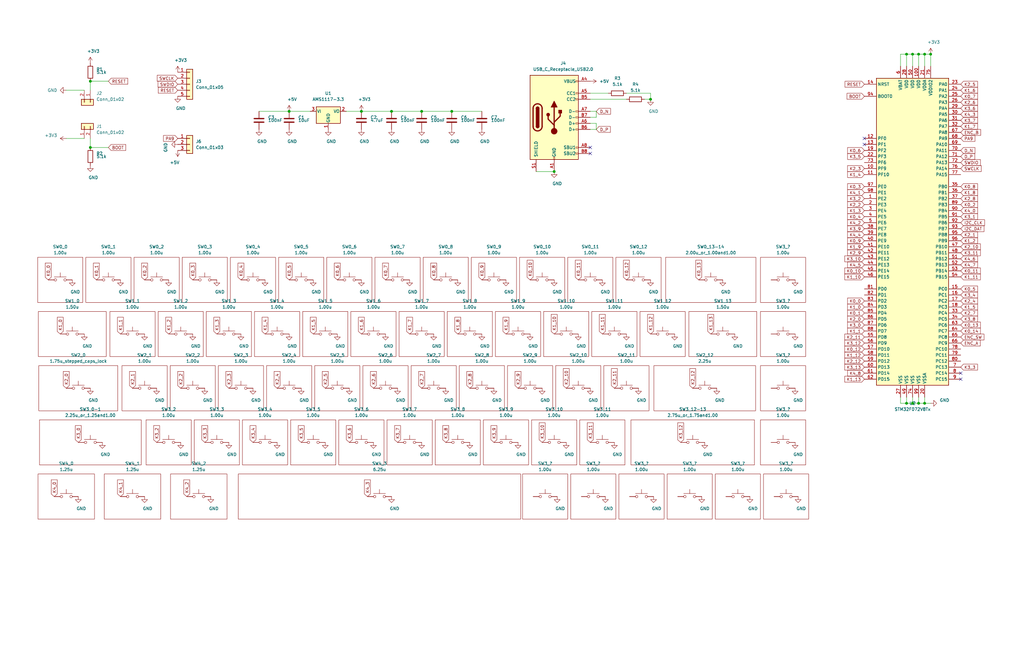
<source format=kicad_sch>
(kicad_sch (version 20211123) (generator eeschema)
  (paper "USLedger")
  (title_block (title "Grabert") (date "2020-11-17") (rev "V0") (company "KoBuss LLC") (comment 1 "Designed By: Cam Buss"))
  (junction (at 384.81 22.86) (diameter 1.016))
  (junction (at 387.35 22.86) (diameter 1.016))
  (junction (at 233.68 72.39) (diameter 1.016))
  (junction (at 384.81 170.18) (diameter 1.016))
  (junction (at 274.32 41.91) (diameter 1.016))
  (junction (at 389.89 170.18) (diameter 1.016))
  (junction (at 382.27 170.18) (diameter 1.016))
  (junction (at 177.8 46.99) (diameter 1.016))
  (junction (at 121.92 46.99) (diameter 1.016))
  (junction (at 38.1 34.29) (diameter 1.016))
  (junction (at 392.43 22.86) (diameter 1.016))
  (junction (at 190.5 46.99) (diameter 1.016))
  (junction (at 387.35 170.18) (diameter 1.016))
  (junction (at 382.27 22.86) (diameter 1.016))
  (junction (at 38.1 62.23) (diameter 1.016))
  (junction (at 152.4 46.99) (diameter 1.016))
  (junction (at 389.89 22.86) (diameter 1.016))
  (junction (at 165.1 46.99) (diameter 1.016))
  (no_connect (at 248.92 64.77))
  (no_connect (at 405.13 160.02))
  (no_connect (at 364.49 58.42))
  (no_connect (at 405.13 157.48))
  (no_connect (at 364.49 60.96))
  (no_connect (at 248.92 62.23))
  (wire (pts (xy 389.89 22.86) (xy 392.43 22.86)))
  (wire (pts (xy 389.89 167.64) (xy 389.89 170.18)))
  (wire (pts (xy 177.8 46.99) (xy 190.5 46.99)))
  (wire (pts (xy 382.27 167.64) (xy 382.27 170.18)))
  (wire (pts (xy 379.73 22.86) (xy 382.27 22.86)))
  (wire (pts (xy 392.43 22.86) (xy 392.43 27.94)))
  (wire (pts (xy 387.35 22.86) (xy 389.89 22.86)))
  (wire (pts (xy 226.06 72.39) (xy 233.68 72.39)))
  (wire (pts (xy 248.92 39.37) (xy 256.54 39.37)))
  (wire (pts (xy 165.1 46.99) (xy 177.8 46.99)))
  (wire (pts (xy 264.16 39.37) (xy 274.32 39.37)))
  (wire (pts (xy 190.5 46.99) (xy 203.2 46.99)))
  (wire (pts (xy 384.81 170.18) (xy 387.35 170.18)))
  (wire (pts (xy 384.81 22.86) (xy 384.81 27.94)))
  (wire (pts (xy 384.81 167.64) (xy 384.81 170.18)))
  (wire (pts (xy 248.92 49.53) (xy 251.46 49.53)))
  (wire (pts (xy 248.92 52.07) (xy 251.46 52.07)))
  (wire (pts (xy 382.27 170.18) (xy 384.81 170.18)))
  (wire (pts (xy 251.46 52.07) (xy 251.46 54.61)))
  (wire (pts (xy 27.94 58.42) (xy 35.56 58.42)))
  (wire (pts (xy 152.4 46.99) (xy 165.1 46.99)))
  (wire (pts (xy 38.1 34.29) (xy 45.72 34.29)))
  (wire (pts (xy 387.35 170.18) (xy 389.89 170.18)))
  (wire (pts (xy 271.78 41.91) (xy 274.32 41.91)))
  (wire (pts (xy 387.35 22.86) (xy 387.35 27.94)))
  (wire (pts (xy 248.92 54.61) (xy 251.46 54.61)))
  (wire (pts (xy 146.05 46.99) (xy 152.4 46.99)))
  (wire (pts (xy 389.89 170.18) (xy 392.43 170.18)))
  (wire (pts (xy 38.1 62.23) (xy 45.72 62.23)))
  (wire (pts (xy 248.92 46.99) (xy 251.46 46.99)))
  (wire (pts (xy 379.73 167.64) (xy 379.73 170.18)))
  (wire (pts (xy 109.22 46.99) (xy 121.92 46.99)))
  (wire (pts (xy 38.1 34.29) (xy 38.1 38.1)))
  (wire (pts (xy 38.1 58.42) (xy 38.1 62.23)))
  (wire (pts (xy 379.73 170.18) (xy 382.27 170.18)))
  (wire (pts (xy 382.27 22.86) (xy 382.27 27.94)))
  (wire (pts (xy 379.73 27.94) (xy 379.73 22.86)))
  (wire (pts (xy 389.89 22.86) (xy 389.89 27.94)))
  (wire (pts (xy 248.92 41.91) (xy 264.16 41.91)))
  (wire (pts (xy 387.35 167.64) (xy 387.35 170.18)))
  (wire (pts (xy 274.32 39.37) (xy 274.32 41.91)))
  (wire (pts (xy 384.81 22.86) (xy 387.35 22.86)))
  (wire (pts (xy 251.46 49.53) (xy 251.46 46.99)))
  (wire (pts (xy 27.94 38.1) (xy 35.56 38.1)))
  (wire (pts (xy 382.27 22.86) (xy 384.81 22.86)))
  (wire (pts (xy 121.92 46.99) (xy 130.81 46.99)))
  (global_label "K2_11" (shape input) (at 364.49 142.24 180) (property "Intersheet References" "${INTERSHEET_REFS}" (effects hide)))
  (global_label "K3_12" (shape input) (at 364.49 144.78 180) (property "Intersheet References" "${INTERSHEET_REFS}" (effects hide)))
  (global_label "K2_10" (shape input) (at 405.13 104.14 0) (property "Intersheet References" "${INTERSHEET_REFS}" (effects hide)))
  (global_label "I2C_CLK" (shape input) (at 405.13 93.98 0) (property "Intersheet References" "${INTERSHEET_REFS}" (effects hide)))
  (global_label "K3_8" (shape input) (at 187.96 186.69 90) (property "Intersheet References" "${INTERSHEET_REFS}" (effects hide)))
  (global_label "K3_12" (shape input) (at 287.02 186.69 90) (property "Intersheet References" "${INTERSHEET_REFS}" (effects hide)))
  (global_label "K3_4" (shape input) (at 405.13 124.46 0) (property "Intersheet References" "${INTERSHEET_REFS}" (effects hide)))
  (global_label "K4_2" (shape input) (at 364.49 93.98 180) (property "Intersheet References" "${INTERSHEET_REFS}" (effects hide)))
  (global_label "K0_12" (shape input) (at 364.49 147.32 180) (property "Intersheet References" "${INTERSHEET_REFS}" (effects hide)))
  (global_label "K1_5" (shape input) (at 405.13 129.54 0) (property "Intersheet References" "${INTERSHEET_REFS}" (effects hide)))
  (global_label "SWDIO" (shape input) (at 405.13 68.58 0) (property "Intersheet References" "${INTERSHEET_REFS}" (effects hide)))
  (global_label "K3_5" (shape input) (at 127 186.69 90) (property "Intersheet References" "${INTERSHEET_REFS}" (effects hide)))
  (global_label "K4_3" (shape input) (at 154.94 209.55 90) (property "Intersheet References" "${INTERSHEET_REFS}" (effects hide)))
  (global_label "K0_11" (shape input) (at 405.13 114.3 0) (property "Intersheet References" "${INTERSHEET_REFS}" (effects hide)))
  (global_label "K1_1" (shape input) (at 50.8 140.97 90) (property "Intersheet References" "${INTERSHEET_REFS}" (effects hide)))
  (global_label "K3_11" (shape input) (at 405.13 106.68 0) (property "Intersheet References" "${INTERSHEET_REFS}" (effects hide)))
  (global_label "K4_2" (shape input) (at 78.74 209.55 90) (property "Intersheet References" "${INTERSHEET_REFS}" (effects hide)))
  (global_label "K0_10" (shape input) (at 223.52 118.11 90) (property "Intersheet References" "${INTERSHEET_REFS}" (effects hide)))
  (global_label "K2_1" (shape input) (at 405.13 99.06 0) (property "Intersheet References" "${INTERSHEET_REFS}" (effects hide)))
  (global_label "K2_2" (shape input) (at 76.2 163.83 90) (property "Intersheet References" "${INTERSHEET_REFS}" (effects hide)))
  (global_label "K1_1" (shape input) (at 364.49 139.7 180) (property "Intersheet References" "${INTERSHEET_REFS}" (effects hide)))
  (global_label "K1_12" (shape input) (at 274.32 140.97 90) (property "Intersheet References" "${INTERSHEET_REFS}" (effects hide)))
  (global_label "K2_7" (shape input) (at 177.8 163.83 90) (property "Intersheet References" "${INTERSHEET_REFS}" (effects hide)))
  (global_label "K4_1" (shape input) (at 364.49 81.28 180) (property "Intersheet References" "${INTERSHEET_REFS}" (effects hide)))
  (global_label "K1_9" (shape input) (at 364.49 104.14 180) (property "Intersheet References" "${INTERSHEET_REFS}" (effects hide)))
  (global_label "K3_11" (shape input) (at 248.92 186.69 90) (property "Intersheet References" "${INTERSHEET_REFS}" (effects hide)))
  (global_label "K3_2" (shape input) (at 66.04 186.69 90) (property "Intersheet References" "${INTERSHEET_REFS}" (effects hide)))
  (global_label "K0_8" (shape input) (at 405.13 78.74 0) (property "Intersheet References" "${INTERSHEET_REFS}" (effects hide)))
  (global_label "K4_8" (shape input) (at 364.49 157.48 180) (property "Intersheet References" "${INTERSHEET_REFS}" (effects hide)))
  (global_label "K0_1" (shape input) (at 364.49 132.08 180) (property "Intersheet References" "${INTERSHEET_REFS}" (effects hide)))
  (global_label "K3_5" (shape input) (at 364.49 66.04 180) (property "Intersheet References" "${INTERSHEET_REFS}" (effects hide)))
  (global_label "K0_5" (shape input) (at 405.13 121.92 0) (property "Intersheet References" "${INTERSHEET_REFS}" (effects hide)))
  (global_label "K2_6" (shape input) (at 157.48 163.83 90) (property "Intersheet References" "${INTERSHEET_REFS}" (effects hide)))
  (global_label "K0_8" (shape input) (at 182.88 118.11 90) (property "Intersheet References" "${INTERSHEET_REFS}" (effects hide)))
  (global_label "K2_0" (shape input) (at 364.49 134.62 180) (property "Intersheet References" "${INTERSHEET_REFS}" (effects hide)))
  (global_label "K0_6" (shape input) (at 142.24 118.11 90) (property "Intersheet References" "${INTERSHEET_REFS}" (effects hide)))
  (global_label "SWCLK" (shape input) (at 405.13 71.12 0) (property "Intersheet References" "${INTERSHEET_REFS}" (effects hide)))
  (global_label "K1_2" (shape input) (at 405.13 101.6 0) (property "Intersheet References" "${INTERSHEET_REFS}" (effects hide)))
  (global_label "D_N" (shape input) (at 251.46 46.99 0) (property "Intersheet References" "${INTERSHEET_REFS}" (effects hide)))
  (global_label "K1_6" (shape input) (at 152.4 140.97 90) (property "Intersheet References" "${INTERSHEET_REFS}" (effects hide)))
  (global_label "K1_2" (shape input) (at 71.12 140.97 90) (property "Intersheet References" "${INTERSHEET_REFS}" (effects hide)))
  (global_label "K4_1" (shape input) (at 50.8 209.55 90) (property "Intersheet References" "${INTERSHEET_REFS}" (effects hide)))
  (global_label "K0_11" (shape input) (at 243.84 118.11 90) (property "Intersheet References" "${INTERSHEET_REFS}" (effects hide)))
  (global_label "K2_10" (shape input) (at 238.76 163.83 90) (property "Intersheet References" "${INTERSHEET_REFS}" (effects hide)))
  (global_label "K0_7" (shape input) (at 405.13 40.64 0) (property "Intersheet References" "${INTERSHEET_REFS}" (effects hide)))
  (global_label "PA9" (shape input) (at 405.13 58.42 0) (property "Intersheet References" "${INTERSHEET_REFS}" (effects hide)))
  (global_label "K3_13" (shape input) (at 364.49 154.94 180) (property "Intersheet References" "${INTERSHEET_REFS}" (effects hide)))
  (global_label "K1_4" (shape input) (at 364.49 73.66 180) (property "Intersheet References" "${INTERSHEET_REFS}" (effects hide)))
  (global_label "K3_9" (shape input) (at 364.49 96.52 180) (property "Intersheet References" "${INTERSHEET_REFS}" (effects hide)))
  (global_label "K3_3" (shape input) (at 405.13 154.94 0) (property "Intersheet References" "${INTERSHEET_REFS}" (effects hide)))
  (global_label "SWCLK" (shape input) (at 74.93 33.02 180) (property "Intersheet References" "${INTERSHEET_REFS}" (effects hide)))
  (global_label "K0_7" (shape input) (at 162.56 118.11 90) (property "Intersheet References" "${INTERSHEET_REFS}" (effects hide)))
  (global_label "K4_0" (shape input) (at 405.13 88.9 0) (property "Intersheet References" "${INTERSHEET_REFS}" (effects hide)))
  (global_label "K4_0" (shape input) (at 22.86 209.55 90) (property "Intersheet References" "${INTERSHEET_REFS}" (effects hide)))
  (global_label "K0_0" (shape input) (at 20.32 118.11 90) (property "Intersheet References" "${INTERSHEET_REFS}" (effects hide)))
  (global_label "K2_12" (shape input) (at 364.49 152.4 180) (property "Intersheet References" "${INTERSHEET_REFS}" (effects hide)))
  (global_label "K1_9" (shape input) (at 213.36 140.97 90) (property "Intersheet References" "${INTERSHEET_REFS}" (effects hide)))
  (global_label "K2_5" (shape input) (at 137.16 163.83 90) (property "Intersheet References" "${INTERSHEET_REFS}" (effects hide)))
  (global_label "K0_3" (shape input) (at 364.49 78.74 180) (property "Intersheet References" "${INTERSHEET_REFS}" (effects hide)))
  (global_label "K1_10" (shape input) (at 233.68 140.97 90) (property "Intersheet References" "${INTERSHEET_REFS}" (effects hide)))
  (global_label "K3_10" (shape input) (at 228.6 186.69 90) (property "Intersheet References" "${INTERSHEET_REFS}" (effects hide)))
  (global_label "BOOT" (shape input) (at 45.72 62.23 0) (property "Intersheet References" "${INTERSHEET_REFS}" (effects hide)))
  (global_label "PA9" (shape input) (at 74.93 58.42 180) (property "Intersheet References" "${INTERSHEET_REFS}" (effects hide)))
  (global_label "K0_4" (shape input) (at 364.49 91.44 180) (property "Intersheet References" "${INTERSHEET_REFS}" (effects hide)))
  (global_label "K1_3" (shape input) (at 91.44 140.97 90) (property "Intersheet References" "${INTERSHEET_REFS}" (effects hide)))
  (global_label "RESET" (shape input) (at 74.93 38.1 180) (property "Intersheet References" "${INTERSHEET_REFS}" (effects hide)))
  (global_label "K0_4" (shape input) (at 101.6 118.11 90) (property "Intersheet References" "${INTERSHEET_REFS}" (effects hide)))
  (global_label "K0_2" (shape input) (at 60.96 118.11 90) (property "Intersheet References" "${INTERSHEET_REFS}" (effects hide)))
  (global_label "K3_4" (shape input) (at 106.68 186.69 90) (property "Intersheet References" "${INTERSHEET_REFS}" (effects hide)))
  (global_label "K1_0" (shape input) (at 364.49 129.54 180) (property "Intersheet References" "${INTERSHEET_REFS}" (effects hide)))
  (global_label "K3_7" (shape input) (at 405.13 50.8 0) (property "Intersheet References" "${INTERSHEET_REFS}" (effects hide)))
  (global_label "K0_5" (shape input) (at 121.92 118.11 90) (property "Intersheet References" "${INTERSHEET_REFS}" (effects hide)))
  (global_label "K2_6" (shape input) (at 405.13 43.18 0) (property "Intersheet References" "${INTERSHEET_REFS}" (effects hide)))
  (global_label "K1_13" (shape input) (at 299.72 140.97 90) (property "Intersheet References" "${INTERSHEET_REFS}" (effects hide)))
  (global_label "K4_4" (shape input) (at 364.49 99.06 180) (property "Intersheet References" "${INTERSHEET_REFS}" (effects hide)))
  (global_label "K3_7" (shape input) (at 167.64 186.69 90) (property "Intersheet References" "${INTERSHEET_REFS}" (effects hide)))
  (global_label "BOOT" (shape input) (at 364.49 40.64 180) (property "Intersheet References" "${INTERSHEET_REFS}" (effects hide)))
  (global_label "SWDIO" (shape input) (at 74.93 35.56 180) (property "Intersheet References" "${INTERSHEET_REFS}" (effects hide)))
  (global_label "K0_9" (shape input) (at 203.2 118.11 90) (property "Intersheet References" "${INTERSHEET_REFS}" (effects hide)))
  (global_label "K0_0" (shape input) (at 364.49 127 180) (property "Intersheet References" "${INTERSHEET_REFS}" (effects hide)))
  (global_label "K0_9" (shape input) (at 364.49 101.6 180) (property "Intersheet References" "${INTERSHEET_REFS}" (effects hide)))
  (global_label "K3_1" (shape input) (at 405.13 91.44 0) (property "Intersheet References" "${INTERSHEET_REFS}" (effects hide)))
  (global_label "K1_11" (shape input) (at 405.13 116.84 0) (property "Intersheet References" "${INTERSHEET_REFS}" (effects hide)))
  (global_label "K2_11" (shape input) (at 259.08 163.83 90) (property "Intersheet References" "${INTERSHEET_REFS}" (effects hide)))
  (global_label "K2_1" (shape input) (at 55.88 163.83 90) (property "Intersheet References" "${INTERSHEET_REFS}" (effects hide)))
  (global_label "K1_7" (shape input) (at 172.72 140.97 90) (property "Intersheet References" "${INTERSHEET_REFS}" (effects hide)))
  (global_label "K3_8" (shape input) (at 405.13 134.62 0) (property "Intersheet References" "${INTERSHEET_REFS}" (effects hide)))
  (global_label "K0_2" (shape input) (at 405.13 86.36 0) (property "Intersheet References" "${INTERSHEET_REFS}" (effects hide)))
  (global_label "K2_9" (shape input) (at 218.44 163.83 90) (property "Intersheet References" "${INTERSHEET_REFS}" (effects hide)))
  (global_label "K2_5" (shape input) (at 405.13 35.56 0) (property "Intersheet References" "${INTERSHEET_REFS}" (effects hide)))
  (global_label "K0_10" (shape input) (at 364.49 114.3 180) (property "Intersheet References" "${INTERSHEET_REFS}" (effects hide)))
  (global_label "K3_0" (shape input) (at 364.49 137.16 180) (property "Intersheet References" "${INTERSHEET_REFS}" (effects hide)))
  (global_label "ENC_SW" (shape input) (at 405.13 142.24 0) (property "Intersheet References" "${INTERSHEET_REFS}" (effects hide)))
  (global_label "K3_0" (shape input) (at 33.02 186.69 90) (property "Intersheet References" "${INTERSHEET_REFS}" (effects hide)))
  (global_label "K1_7" (shape input) (at 405.13 53.34 0) (property "Intersheet References" "${INTERSHEET_REFS}" (effects hide)))
  (global_label "K3_2" (shape input) (at 364.49 83.82 180) (property "Intersheet References" "${INTERSHEET_REFS}" (effects hide)))
  (global_label "K2_3" (shape input) (at 364.49 71.12 180) (property "Intersheet References" "${INTERSHEET_REFS}" (effects hide)))
  (global_label "K0_14" (shape input) (at 405.13 139.7 0) (property "Intersheet References" "${INTERSHEET_REFS}" (effects hide)))
  (global_label "K1_12" (shape input) (at 364.49 149.86 180) (property "Intersheet References" "${INTERSHEET_REFS}" (effects hide)))
  (global_label "K4_7" (shape input) (at 405.13 111.76 0) (property "Intersheet References" "${INTERSHEET_REFS}" (effects hide)))
  (global_label "ENC_A" (shape input) (at 405.13 144.78 0) (property "Intersheet References" "${INTERSHEET_REFS}" (effects hide)))
  (global_label "RESET" (shape input) (at 45.72 34.29 0) (property "Intersheet References" "${INTERSHEET_REFS}" (effects hide)))
  (global_label "K0_13" (shape input) (at 294.64 118.11 90) (property "Intersheet References" "${INTERSHEET_REFS}" (effects hide)))
  (global_label "K2_3" (shape input) (at 96.52 163.83 90) (property "Intersheet References" "${INTERSHEET_REFS}" (effects hide)))
  (global_label "D_N" (shape input) (at 405.13 63.5 0) (property "Intersheet References" "${INTERSHEET_REFS}" (effects hide)))
  (global_label "K2_8" (shape input) (at 198.12 163.83 90) (property "Intersheet References" "${INTERSHEET_REFS}" (effects hide)))
  (global_label "K1_11" (shape input) (at 254 140.97 90) (property "Intersheet References" "${INTERSHEET_REFS}" (effects hide)))
  (global_label "K2_12" (shape input) (at 292.1 163.83 90) (property "Intersheet References" "${INTERSHEET_REFS}" (effects hide)))
  (global_label "K3_6" (shape input) (at 405.13 45.72 0) (property "Intersheet References" "${INTERSHEET_REFS}" (effects hide)))
  (global_label "K1_8" (shape input) (at 193.04 140.97 90) (property "Intersheet References" "${INTERSHEET_REFS}" (effects hide)))
  (global_label "K1_5" (shape input) (at 132.08 140.97 90) (property "Intersheet References" "${INTERSHEET_REFS}" (effects hide)))
  (global_label "K0_1" (shape input) (at 40.64 118.11 90) (property "Intersheet References" "${INTERSHEET_REFS}" (effects hide)))
  (global_label "D_P" (shape input) (at 405.13 66.04 0) (property "Intersheet References" "${INTERSHEET_REFS}" (effects hide)))
  (global_label "K3_9" (shape input) (at 208.28 186.69 90) (property "Intersheet References" "${INTERSHEET_REFS}" (effects hide)))
  (global_label "K2_8" (shape input) (at 405.13 83.82 0) (property "Intersheet References" "${INTERSHEET_REFS}" (effects hide)))
  (global_label "K2_0" (shape input) (at 27.94 163.83 90) (property "Intersheet References" "${INTERSHEET_REFS}" (effects hide)))
  (global_label "K3_6" (shape input) (at 147.32 186.69 90) (property "Intersheet References" "${INTERSHEET_REFS}" (effects hide)))
  (global_label "K0_13" (shape input) (at 405.13 137.16 0) (property "Intersheet References" "${INTERSHEET_REFS}" (effects hide)))
  (global_label "K1_8" (shape input) (at 405.13 81.28 0) (property "Intersheet References" "${INTERSHEET_REFS}" (effects hide)))
  (global_label "K2_7" (shape input) (at 405.13 132.08 0) (property "Intersheet References" "${INTERSHEET_REFS}" (effects hide)))
  (global_label "K1_3" (shape input) (at 364.49 88.9 180) (property "Intersheet References" "${INTERSHEET_REFS}" (effects hide)))
  (global_label "K2_2" (shape input) (at 364.49 86.36 180) (property "Intersheet References" "${INTERSHEET_REFS}" (effects hide)))
  (global_label "K2_9" (shape input) (at 364.49 106.68 180) (property "Intersheet References" "${INTERSHEET_REFS}" (effects hide)))
  (global_label "K3_3" (shape input) (at 86.36 186.69 90) (property "Intersheet References" "${INTERSHEET_REFS}" (effects hide)))
  (global_label "K0_6" (shape input) (at 364.49 63.5 180) (property "Intersheet References" "${INTERSHEET_REFS}" (effects hide)))
  (global_label "K1_13" (shape input) (at 364.49 160.02 180) (property "Intersheet References" "${INTERSHEET_REFS}" (effects hide)))
  (global_label "K1_6" (shape input) (at 405.13 38.1 0) (property "Intersheet References" "${INTERSHEET_REFS}" (effects hide)))
  (global_label "K0_12" (shape input) (at 264.16 118.11 90) (property "Intersheet References" "${INTERSHEET_REFS}" (effects hide)))
  (global_label "K1_10" (shape input) (at 364.49 116.84 180) (property "Intersheet References" "${INTERSHEET_REFS}" (effects hide)))
  (global_label "D_P" (shape input) (at 251.46 54.61 0) (property "Intersheet References" "${INTERSHEET_REFS}" (effects hide)))
  (global_label "RESET" (shape input) (at 364.49 35.56 180) (property "Intersheet References" "${INTERSHEET_REFS}" (effects hide)))
  (global_label "K2_4" (shape input) (at 116.84 163.83 90) (property "Intersheet References" "${INTERSHEET_REFS}" (effects hide)))
  (global_label "ENC_B" (shape input) (at 405.13 55.88 0) (property "Intersheet References" "${INTERSHEET_REFS}" (effects hide)))
  (global_label "I2C_DAT" (shape input) (at 405.13 96.52 0) (property "Intersheet References" "${INTERSHEET_REFS}" (effects hide)))
  (global_label "K4_3" (shape input) (at 405.13 48.26 0) (property "Intersheet References" "${INTERSHEET_REFS}" (effects hide)))
  (global_label "K3_10" (shape input) (at 364.49 109.22 180) (property "Intersheet References" "${INTERSHEET_REFS}" (effects hide)))
  (global_label "K1_4" (shape input) (at 111.76 140.97 90) (property "Intersheet References" "${INTERSHEET_REFS}" (effects hide)))
  (global_label "K4_5" (shape input) (at 364.49 111.76 180) (property "Intersheet References" "${INTERSHEET_REFS}" (effects hide)))
  (global_label "K0_3" (shape input) (at 81.28 118.11 90) (property "Intersheet References" "${INTERSHEET_REFS}" (effects hide)))
  (global_label "K4_6" (shape input) (at 405.13 109.22 0) (property "Intersheet References" "${INTERSHEET_REFS}" (effects hide)))
  (global_label "K1_0" (shape input) (at 25.4 140.97 90) (property "Intersheet References" "${INTERSHEET_REFS}" (effects hide)))
  (global_label "K2_4" (shape input) (at 405.13 127 0) (property "Intersheet References" "${INTERSHEET_REFS}" (effects hide)))
  (symbol (lib_id "kobuss:1.00u") (at 187.96 118.11 0) (unit 1)
    (property "Reference" "SW0_8" (at 187.96 104.14 0))
    (property "Value" "1.00u" (at 187.96 106.68 0))
    (property "Footprint" "kobuss-footprint:MX_1u" (effects hide))
  )
  (symbol (lib_id "power:GND") (at 109.22 54.61 0) (unit 1)
    (property "Reference" "#PWR0188" (effects hide))
    (property "Value" "GND" (at 110.49 59.69 0))
  )
  (symbol (lib_id "power:+3V3") (at 38.1 26.67 0) (unit 1)
    (property "Reference" "#PWR0120" (effects hide))
    (property "Value" "+3V3" (at 39.37 21.59 0))
  )
  (symbol (lib_id "power:GND") (at 157.48 186.69 0) (unit 1)
    (property "Reference" "#PWR0142" (effects hide))
    (property "Value" "GND" (at 158.75 191.77 0))
  )
  (symbol (lib_id "power:GND") (at 27.94 38.1 270) (unit 1)
    (property "Reference" "#PWR0119" (effects hide))
    (property "Value" "GND" (at 24.13 38.1 90) (effects (justify right)))
  )
  (symbol (lib_id "Regulator_Linear:AMS1117-3.3") (at 138.43 46.99 0) (unit 1)
    (property "Reference" "U1" (at 138.43 39.37 0))
    (property "Value" "AMS1117-3.3" (at 138.43 41.91 0))
    (property "Footprint" "Package_TO_SOT_SMD:SOT-223-3_TabPin2" (effects hide))
    (property "Datasheet" "http://www.advanced-monolithic.com/pdf/ds1117.pdf" (effects hide))
  )
  (symbol (lib_id "power:+5V") (at 248.92 34.29 270) (unit 1)
    (property "Reference" "#PWR0101" (effects hide))
    (property "Value" "+5V" (at 252.73 34.29 90) (effects (justify left)))
  )
  (symbol (lib_id "power:GND") (at 335.28 140.97 0) (unit 1)
    (property "Reference" "#PWR?" (effects hide))
    (property "Value" "GND" (at 336.55 146.05 0))
  )
  (symbol (lib_id "power:GND") (at 264.16 140.97 0) (unit 1)
    (property "Reference" "#PWR0184" (effects hide))
    (property "Value" "GND" (at 265.43 146.05 0))
  )
  (symbol (lib_id "power:+5V") (at 74.93 63.5 180) (unit 1)
    (property "Reference" "#PWR0187" (effects hide))
    (property "Value" "+5V" (at 73.66 68.58 0))
  )
  (symbol (lib_id "power:GND") (at 238.76 186.69 0) (unit 1)
    (property "Reference" "#PWR0176" (effects hide))
    (property "Value" "GND" (at 240.03 191.77 0))
  )
  (symbol (lib_id "power:GND") (at 193.04 118.11 0) (unit 1)
    (property "Reference" "#PWR0185" (effects hide))
    (property "Value" "GND" (at 194.31 123.19 0))
  )
  (symbol (lib_id "kobuss:1.00u") (at 198.12 140.97 0) (unit 1)
    (property "Reference" "SW1_8" (at 198.12 127 0))
    (property "Value" "1.00u" (at 198.12 129.54 0))
    (property "Footprint" "kobuss-footprint:MX_1u" (effects hide))
  )
  (symbol (lib_id "power:GND") (at 259.08 186.69 0) (unit 1)
    (property "Reference" "#PWR0175" (effects hide))
    (property "Value" "GND" (at 260.35 191.77 0))
  )
  (symbol (lib_id "kobuss:1.00u") (at 193.04 186.69 0) (unit 1)
    (property "Reference" "SW3_8" (at 193.04 172.72 0))
    (property "Value" "1.00u" (at 193.04 175.26 0))
    (property "Footprint" "kobuss-footprint:MX_1u" (effects hide))
  )
  (symbol (lib_id "kobuss:1.00u") (at 106.68 118.11 0) (unit 1)
    (property "Reference" "SW0_4" (at 106.68 104.14 0))
    (property "Value" "1.00u" (at 106.68 106.68 0))
    (property "Footprint" "kobuss-footprint:MX_1u" (effects hide))
  )
  (symbol (lib_id "power:GND") (at 233.68 118.11 0) (unit 1)
    (property "Reference" "#PWR0180" (effects hide))
    (property "Value" "GND" (at 234.95 123.19 0))
  )
  (symbol (lib_id "power:GND") (at 187.96 163.83 0) (unit 1)
    (property "Reference" "#PWR0131" (effects hide))
    (property "Value" "GND" (at 189.23 168.91 0))
  )
  (symbol (lib_id "power:GND") (at 284.48 140.97 0) (unit 1)
    (property "Reference" "#PWR0167" (effects hide))
    (property "Value" "GND" (at 285.75 146.05 0))
  )
  (symbol (lib_id "kobuss:1.00u") (at 91.44 186.69 0) (unit 1)
    (property "Reference" "SW3_3" (at 91.44 172.72 0))
    (property "Value" "1.00u" (at 91.44 175.26 0))
    (property "Footprint" "kobuss-footprint:MX_1u" (effects hide))
  )
  (symbol (lib_id "power:GND") (at 208.28 163.83 0) (unit 1)
    (property "Reference" "#PWR0133" (effects hide))
    (property "Value" "GND" (at 209.55 168.91 0))
  )
  (symbol (lib_id "kobuss:1.00u") (at 45.72 118.11 0) (unit 1)
    (property "Reference" "SW0_1" (at 45.72 104.14 0))
    (property "Value" "1.00u" (at 45.72 106.68 0))
    (property "Footprint" "kobuss-footprint:MX_1u" (effects hide))
  )
  (symbol (lib_id "Connector_Generic:Conn_01x02") (at 35.56 53.34 90) (unit 1)
    (property "Reference" "J1" (at 40.64 53.34 90) (effects (justify right)))
    (property "Value" "Conn_01x02" (at 40.64 55.88 90) (effects (justify right)))
    (property "Footprint" "Connector_PinHeader_2.54mm:PinHeader_1x02_P2.54mm_Vertical" (effects hide))
  )
  (symbol (lib_id "power:GND") (at 177.8 54.61 0) (unit 1)
    (property "Reference" "#PWR0190" (effects hide))
    (property "Value" "GND" (at 179.07 59.69 0))
  )
  (symbol (lib_id "power:GND") (at 71.12 118.11 0) (unit 1)
    (property "Reference" "#PWR0151" (effects hide))
    (property "Value" "GND" (at 72.39 123.19 0))
  )
  (symbol (lib_id "kobuss:1.00u") (at 279.4 140.97 0) (unit 1)
    (property "Reference" "SW1_12" (at 279.4 127 0))
    (property "Value" "1.00u" (at 279.4 129.54 0))
    (property "Footprint" "kobuss-footprint:MX_1u" (effects hide))
  )
  (symbol (lib_id "kobuss:1.00u") (at 162.56 163.83 0) (unit 1)
    (property "Reference" "SW2_6" (at 162.56 149.86 0))
    (property "Value" "1.00u" (at 162.56 152.4 0))
    (property "Footprint" "kobuss-footprint:MX_1u" (effects hide))
  )
  (symbol (lib_id "power:GND") (at 88.9 209.55 0) (unit 1)
    (property "Reference" "#PWR0162" (effects hide))
    (property "Value" "GND" (at 90.17 214.63 0))
  )
  (symbol (lib_id "power:GND") (at 309.88 140.97 0) (unit 1)
    (property "Reference" "#PWR0164" (effects hide))
    (property "Value" "GND" (at 311.15 146.05 0))
  )
  (symbol (lib_id "power:GND") (at 190.5 54.61 0) (unit 1)
    (property "Reference" "#PWR0192" (effects hide))
    (property "Value" "GND" (at 191.77 59.69 0))
  )
  (symbol (lib_id "Device:C") (at 109.22 50.8 0) (unit 1)
    (property "Reference" "C3" (at 113.03 49.53 0) (effects (justify left)))
    (property "Value" "100nF" (at 113.03 50.8 0) (effects (justify left)))
    (property "Footprint" "Capacitor_SMD:C_0603_1608Metric" (effects hide))
  )
  (symbol (lib_id "kobuss:1.00u") (at 264.16 163.83 0) (unit 1)
    (property "Reference" "SW2_11" (at 264.16 149.86 0))
    (property "Value" "1.00u" (at 264.16 152.4 0))
    (property "Footprint" "kobuss-footprint:MX_1u" (effects hide))
  )
  (symbol (lib_id "power:GND") (at 111.76 118.11 0) (unit 1)
    (property "Reference" "#PWR0157" (effects hide))
    (property "Value" "GND" (at 113.03 123.19 0))
  )
  (symbol (lib_id "power:GND") (at 248.92 163.83 0) (unit 1)
    (property "Reference" "#PWR0181" (effects hide))
    (property "Value" "GND" (at 250.19 168.91 0))
  )
  (symbol (lib_id "power:GND") (at 147.32 163.83 0) (unit 1)
    (property "Reference" "#PWR0137" (effects hide))
    (property "Value" "GND" (at 148.59 168.91 0))
  )
  (symbol (lib_id "power:GND") (at 223.52 140.97 0) (unit 1)
    (property "Reference" "#PWR0128" (effects hide))
    (property "Value" "GND" (at 224.79 146.05 0))
  )
  (symbol (lib_id "kobuss:1.00u") (at 330.2 186.69 0) (unit 1)
    (property "Reference" "SW3_?" (at 330.2 172.72 0))
    (property "Value" "1.00u" (at 330.2 175.26 0))
    (property "Footprint" "kobuss-footprint:MX_1u" (effects hide))
  )
  (symbol (lib_id "kobuss:1.00u") (at 218.44 140.97 0) (unit 1)
    (property "Reference" "SW1_9" (at 218.44 127 0))
    (property "Value" "1.00u" (at 218.44 129.54 0))
    (property "Footprint" "kobuss-footprint:MX_1u" (effects hide))
  )
  (symbol (lib_id "power:GND") (at 76.2 186.69 0) (unit 1)
    (property "Reference" "#PWR0160" (effects hide))
    (property "Value" "GND" (at 77.47 191.77 0))
  )
  (symbol (lib_id "Device:C") (at 165.1 50.8 0) (unit 1)
    (property "Reference" "C4" (at 168.91 49.53 0) (effects (justify left)))
    (property "Value" "100nF" (at 168.91 50.8 0) (effects (justify left)))
    (property "Footprint" "Capacitor_SMD:C_0603_1608Metric" (effects hide))
  )
  (symbol (lib_id "Device:R") (at 267.97 41.91 90) (unit 1)
    (property "Reference" "R4" (at 267.97 35.56 90))
    (property "Value" "5.1k" (at 267.97 38.1 90))
    (property "Footprint" "Resistor_SMD:R_0603_1608Metric" (effects hide))
  )
  (symbol (lib_id "power:GND") (at 60.96 209.55 0) (unit 1)
    (property "Reference" "#PWR0161" (effects hide))
    (property "Value" "GND" (at 62.23 214.63 0))
  )
  (symbol (lib_id "power:+5V") (at 121.92 46.99 0) (unit 1)
    (property "Reference" "#PWR0115" (effects hide))
    (property "Value" "+5V" (at 123.19 41.91 0))
  )
  (symbol (lib_id "kobuss:1.00u") (at 233.68 186.69 0) (unit 1)
    (property "Reference" "SW3_10" (at 233.68 172.72 0))
    (property "Value" "1.00u" (at 233.68 175.26 0))
    (property "Footprint" "kobuss-footprint:MX_1u" (effects hide))
  )
  (symbol (lib_id "kobuss:1.00u") (at 66.04 118.11 0) (unit 1)
    (property "Reference" "SW0_2" (at 66.04 104.14 0))
    (property "Value" "1.00u" (at 66.04 106.68 0))
    (property "Footprint" "kobuss-footprint:MX_1u" (effects hide))
  )
  (symbol (lib_id "kobuss:1.00u") (at 330.2 163.83 0) (unit 1)
    (property "Reference" "SW3_?" (at 330.2 149.86 0))
    (property "Value" "1.00u" (at 330.2 152.4 0))
    (property "Footprint" "kobuss-footprint:MX_1u" (effects hide))
  )
  (symbol (lib_id "kobuss:1.00u") (at 330.2 140.97 0) (unit 1)
    (property "Reference" "SW3_?" (at 330.2 127 0))
    (property "Value" "1.00u" (at 330.2 129.54 0))
    (property "Footprint" "kobuss-footprint:MX_1u" (effects hide))
  )
  (symbol (lib_id "power:+3V3") (at 392.43 22.86 0) (unit 1)
    (property "Reference" "#PWR0105" (effects hide))
    (property "Value" "+3V3" (at 393.7 17.78 0))
  )
  (symbol (lib_id "power:GND") (at 33.02 209.55 0) (unit 1)
    (property "Reference" "#PWR0156" (effects hide))
    (property "Value" "GND" (at 34.29 214.63 0))
  )
  (symbol (lib_id "power:GND") (at 38.1 163.83 0) (unit 1)
    (property "Reference" "#PWR0147" (effects hide))
    (property "Value" "GND" (at 39.37 168.91 0))
  )
  (symbol (lib_id "kobuss:1.00u") (at 25.4 118.11 0) (unit 1)
    (property "Reference" "SW0_0" (at 25.4 104.14 0))
    (property "Value" "1.00u" (at 25.4 106.68 0))
    (property "Footprint" "kobuss-footprint:MX_1u" (effects hide))
  )
  (symbol (lib_id "power:GND") (at 74.93 40.64 0) (unit 1)
    (property "Reference" "#PWR0117" (effects hide))
    (property "Value" "GND" (at 76.2 45.72 0))
  )
  (symbol (lib_id "kobuss:1.00u") (at 228.6 118.11 0) (unit 1)
    (property "Reference" "SW0_10" (at 228.6 104.14 0))
    (property "Value" "1.00u" (at 228.6 106.68 0))
    (property "Footprint" "kobuss-footprint:MX_1u" (effects hide))
  )
  (symbol (lib_id "kobuss:1.50u") (at 304.8 140.97 0) (unit 1)
    (property "Reference" "SW1_13" (at 304.8 127 0))
    (property "Value" "1.50u" (at 304.8 129.54 0))
    (property "Footprint" "kobuss-footprint:MX_1.50u" (effects hide))
  )
  (symbol (lib_id "power:GND") (at 121.92 54.61 0) (unit 1)
    (property "Reference" "#PWR0116" (effects hide))
    (property "Value" "GND" (at 123.19 59.69 0))
  )
  (symbol (lib_id "kobuss:1.00u") (at 76.2 140.97 0) (unit 1)
    (property "Reference" "SW1_2" (at 76.2 127 0))
    (property "Value" "1.00u" (at 76.2 129.54 0))
    (property "Footprint" "kobuss-footprint:MX_1u" (effects hide))
  )
  (symbol (lib_id "power:GND") (at 66.04 163.83 0) (unit 1)
    (property "Reference" "#PWR0144" (effects hide))
    (property "Value" "GND" (at 67.31 168.91 0))
  )
  (symbol (lib_id "kobuss:1.75u_stepped_caps_lock") (at 33.02 163.83 0) (unit 1)
    (property "Reference" "SW2_0" (at 33.02 149.86 0))
    (property "Value" "1.75u_stepped_caps_lock" (at 33.02 152.4 0))
    (property "Footprint" "kobuss-footprint:MX_1.75u_stepped_caps" (effects hide))
  )
  (symbol (lib_id "power:GND") (at 274.32 41.91 0) (unit 1)
    (property "Reference" "#PWR0102" (effects hide))
    (property "Value" "GND" (at 275.59 46.99 0))
  )
  (symbol (lib_id "power:GND") (at 274.32 118.11 0) (unit 1)
    (property "Reference" "#PWR0177" (effects hide))
    (property "Value" "GND" (at 275.59 123.19 0))
  )
  (symbol (lib_id "kobuss:1.00u") (at 331.47 209.55 0) (unit 1)
    (property "Reference" "SW3_?" (at 331.47 195.58 0))
    (property "Value" "1.00u" (at 331.47 198.12 0))
    (property "Footprint" "kobuss-footprint:MX_1u" (effects hide))
  )
  (symbol (lib_id "kobuss:1.25u") (at 27.94 209.55 0) (unit 1)
    (property "Reference" "SW4_0" (at 27.94 195.58 0))
    (property "Value" "1.25u" (at 27.94 198.12 0))
    (property "Footprint" "kobuss-footprint:MX_1.25" (effects hide))
  )
  (symbol (lib_id "kobuss:1.25u") (at 55.88 209.55 0) (unit 1)
    (property "Reference" "SW4_1" (at 55.88 195.58 0))
    (property "Value" "1.25u" (at 55.88 198.12 0))
    (property "Footprint" "kobuss-footprint:MX_1.25" (effects hide))
  )
  (symbol (lib_id "Device:C") (at 121.92 50.8 0) (unit 1)
    (property "Reference" "C1" (at 125.73 49.53 0) (effects (justify left)))
    (property "Value" "10uF" (at 125.73 50.8 0) (effects (justify left)))
    (property "Footprint" "Capacitor_SMD:C_0603_1608Metric" (effects hide))
  )
  (symbol (lib_id "power:GND") (at 162.56 140.97 0) (unit 1)
    (property "Reference" "#PWR0123" (effects hide))
    (property "Value" "GND" (at 163.83 146.05 0))
  )
  (symbol (lib_id "kobuss:1.00u") (at 142.24 163.83 0) (unit 1)
    (property "Reference" "SW2_5" (at 142.24 149.86 0))
    (property "Value" "1.00u" (at 142.24 152.4 0))
    (property "Footprint" "kobuss-footprint:MX_1u" (effects hide))
  )
  (symbol (lib_id "power:GND") (at 218.44 186.69 0) (unit 1)
    (property "Reference" "#PWR0141" (effects hide))
    (property "Value" "GND" (at 219.71 191.77 0))
  )
  (symbol (lib_id "kobuss:1.00u") (at 116.84 140.97 0) (unit 1)
    (property "Reference" "SW1_4" (at 116.84 127 0))
    (property "Value" "1.00u" (at 116.84 129.54 0))
    (property "Footprint" "kobuss-footprint:MX_1u" (effects hide))
  )
  (symbol (lib_id "kobuss:1.00u") (at 86.36 118.11 0) (unit 1)
    (property "Reference" "SW0_3" (at 86.36 104.14 0))
    (property "Value" "1.00u" (at 86.36 106.68 0))
    (property "Footprint" "kobuss-footprint:MX_1u" (effects hide))
  )
  (symbol (lib_id "kobuss:1.00u") (at 111.76 186.69 0) (unit 1)
    (property "Reference" "SW3_4" (at 111.76 172.72 0))
    (property "Value" "1.00u" (at 111.76 175.26 0))
    (property "Footprint" "kobuss-footprint:MX_1u" (effects hide))
  )
  (symbol (lib_id "power:GND") (at 121.92 140.97 0) (unit 1)
    (property "Reference" "#PWR0130" (effects hide))
    (property "Value" "GND" (at 123.19 146.05 0))
  )
  (symbol (lib_id "power:GND") (at 182.88 140.97 0) (unit 1)
    (property "Reference" "#PWR0121" (effects hide))
    (property "Value" "GND" (at 184.15 146.05 0))
  )
  (symbol (lib_id "power:GND") (at 297.18 186.69 0) (unit 1)
    (property "Reference" "#PWR0169" (effects hide))
    (property "Value" "GND" (at 298.45 191.77 0))
  )
  (symbol (lib_id "kobuss:1.00u") (at 167.64 118.11 0) (unit 1)
    (property "Reference" "SW0_7" (at 167.64 104.14 0))
    (property "Value" "1.00u" (at 167.64 106.68 0))
    (property "Footprint" "kobuss-footprint:MX_1u" (effects hide))
  )
  (symbol (lib_id "power:GND") (at 198.12 186.69 0) (unit 1)
    (property "Reference" "#PWR0140" (effects hide))
    (property "Value" "GND" (at 199.39 191.77 0))
  )
  (symbol (lib_id "power:+3V3") (at 152.4 46.99 0) (unit 1)
    (property "Reference" "#PWR0110" (effects hide))
    (property "Value" "+3V3" (at 153.67 41.91 0))
  )
  (symbol (lib_id "kobuss:1.25u") (at 83.82 209.55 0) (unit 1)
    (property "Reference" "SW4_2" (at 83.82 195.58 0))
    (property "Value" "1.25u" (at 83.82 198.12 0))
    (property "Footprint" "kobuss-footprint:MX_1.25" (effects hide))
  )
  (symbol (lib_id "kobuss:1.00u") (at 121.92 163.83 0) (unit 1)
    (property "Reference" "SW2_4" (at 121.92 149.86 0))
    (property "Value" "1.00u" (at 121.92 152.4 0))
    (property "Footprint" "kobuss-footprint:MX_1u" (effects hide))
  )
  (symbol (lib_id "power:GND") (at 116.84 186.69 0) (unit 1)
    (property "Reference" "#PWR0135" (effects hide))
    (property "Value" "GND" (at 118.11 191.77 0))
  )
  (symbol (lib_id "kobuss:1.00u") (at 182.88 163.83 0) (unit 1)
    (property "Reference" "SW2_7" (at 182.88 149.86 0))
    (property "Value" "1.00u" (at 182.88 152.4 0))
    (property "Footprint" "kobuss-footprint:MX_1u" (effects hide))
  )
  (symbol (lib_id "power:GND") (at 203.2 140.97 0) (unit 1)
    (property "Reference" "#PWR0122" (effects hide))
    (property "Value" "GND" (at 204.47 146.05 0))
  )
  (symbol (lib_id "power:GND") (at 316.23 209.55 0) (unit 1)
    (property "Reference" "#PWR?" (effects hide))
    (property "Value" "GND" (at 317.5 214.63 0))
  )
  (symbol (lib_id "power:GND") (at 50.8 118.11 0) (unit 1)
    (property "Reference" "#PWR0150" (effects hide))
    (property "Value" "GND" (at 52.07 123.19 0))
  )
  (symbol (lib_id "power:GND") (at 302.26 163.83 0) (unit 1)
    (property "Reference" "#PWR0163" (effects hide))
    (property "Value" "GND" (at 303.53 168.91 0))
  )
  (symbol (lib_id "kobuss:1.00u") (at 137.16 140.97 0) (unit 1)
    (property "Reference" "SW1_5" (at 137.16 127 0))
    (property "Value" "1.00u" (at 137.16 129.54 0))
    (property "Footprint" "kobuss-footprint:MX_1u" (effects hide))
  )
  (symbol (lib_id "Connector_Generic:Conn_01x05") (at 80.01 35.56 0) (unit 1)
    (property "Reference" "J3" (at 82.55 34.29 0) (effects (justify left)))
    (property "Value" "Conn_01x05" (at 82.55 36.83 0) (effects (justify left)))
    (property "Footprint" "Connector_PinHeader_2.54mm:PinHeader_1x05_P2.54mm_Vertical" (effects hide))
  )
  (symbol (lib_id "power:GND") (at 269.24 163.83 0) (unit 1)
    (property "Reference" "#PWR0182" (effects hide))
    (property "Value" "GND" (at 270.51 168.91 0))
  )
  (symbol (lib_id "kobuss:2.75u_or_1.75and1.00") (at 292.1 186.69 0) (unit 1)
    (property "Reference" "SW3_12-13" (at 292.1 172.72 0))
    (property "Value" "2.75u_or_1.75and1.00" (at 292.1 175.26 0))
    (property "Footprint" "kobuss-footprint:MX_2.75u_or_1.75and1.00" (effects hide))
  )
  (symbol (lib_id "power:GND") (at 304.8 118.11 0) (unit 1)
    (property "Reference" "#PWR0165" (effects hide))
    (property "Value" "GND" (at 306.07 123.19 0))
  )
  (symbol (lib_id "Connector_Generic:Conn_01x03") (at 80.01 60.96 0) (unit 1)
    (property "Reference" "J6" (at 82.55 59.69 0) (effects (justify left)))
    (property "Value" "Conn_01x03" (at 82.55 62.23 0) (effects (justify left)))
    (property "Footprint" "Connector_PinHeader_2.54mm:PinHeader_1x03_P2.54mm_Vertical" (effects hide))
  )
  (symbol (lib_id "power:GND") (at 177.8 186.69 0) (unit 1)
    (property "Reference" "#PWR0139" (effects hide))
    (property "Value" "GND" (at 179.07 191.77 0))
  )
  (symbol (lib_id "power:GND") (at 275.59 209.55 0) (unit 1)
    (property "Reference" "#PWR?" (effects hide))
    (property "Value" "GND" (at 276.86 214.63 0))
  )
  (symbol (lib_id "power:+3V3") (at 74.93 30.48 0) (unit 1)
    (property "Reference" "#PWR0118" (effects hide))
    (property "Value" "+3V3" (at 76.2 25.4 0))
  )
  (symbol (lib_id "Device:C") (at 190.5 50.8 0) (unit 1)
    (property "Reference" "C6" (at 194.31 49.53 0) (effects (justify left)))
    (property "Value" "100nF" (at 194.31 50.8 0) (effects (justify left)))
    (property "Footprint" "Capacitor_SMD:C_0603_1608Metric" (effects hide))
  )
  (symbol (lib_id "kobuss:1.00u") (at 311.15 209.55 0) (unit 1)
    (property "Reference" "SW3_?" (at 311.15 195.58 0))
    (property "Value" "1.00u" (at 311.15 198.12 0))
    (property "Footprint" "kobuss-footprint:MX_1u" (effects hide))
  )
  (symbol (lib_id "kobuss:1.00u") (at 248.92 118.11 0) (unit 1)
    (property "Reference" "SW0_11" (at 248.92 104.14 0))
    (property "Value" "1.00u" (at 248.92 106.68 0))
    (property "Footprint" "kobuss-footprint:MX_1u" (effects hide))
  )
  (symbol (lib_id "power:GND") (at 142.24 140.97 0) (unit 1)
    (property "Reference" "#PWR0129" (effects hide))
    (property "Value" "GND" (at 143.51 146.05 0))
  )
  (symbol (lib_id "kobuss:1.00u") (at 71.12 186.69 0) (unit 1)
    (property "Reference" "SW3_2" (at 71.12 172.72 0))
    (property "Value" "1.00u" (at 71.12 175.26 0))
    (property "Footprint" "kobuss-footprint:MX_1u" (effects hide))
  )
  (symbol (lib_id "power:GND") (at 254 118.11 0) (unit 1)
    (property "Reference" "#PWR0178" (effects hide))
    (property "Value" "GND" (at 255.27 123.19 0))
  )
  (symbol (lib_id "power:GND") (at 106.68 163.83 0) (unit 1)
    (property "Reference" "#PWR0136" (effects hide))
    (property "Value" "GND" (at 107.95 168.91 0))
  )
  (symbol (lib_id "power:GND") (at 335.28 118.11 0) (unit 1)
    (property "Reference" "#PWR?" (effects hide))
    (property "Value" "GND" (at 336.55 123.19 0))
  )
  (symbol (lib_id "power:GND") (at 96.52 186.69 0) (unit 1)
    (property "Reference" "#PWR0159" (effects hide))
    (property "Value" "GND" (at 97.79 191.77 0))
  )
  (symbol (lib_id "power:GND") (at 101.6 140.97 0) (unit 1)
    (property "Reference" "#PWR0158" (effects hide))
    (property "Value" "GND" (at 102.87 146.05 0))
  )
  (symbol (lib_id "power:GND") (at 234.95 209.55 0) (unit 1)
    (property "Reference" "#PWR?" (effects hide))
    (property "Value" "GND" (at 236.22 214.63 0))
  )
  (symbol (lib_id "kobuss:1.00u") (at 55.88 140.97 0) (unit 1)
    (property "Reference" "SW1_1" (at 55.88 127 0))
    (property "Value" "1.00u" (at 55.88 129.54 0))
    (property "Footprint" "kobuss-footprint:MX_1u" (effects hide))
  )
  (symbol (lib_id "power:GND") (at 172.72 118.11 0) (unit 1)
    (property "Reference" "#PWR0125" (effects hide))
    (property "Value" "GND" (at 173.99 123.19 0))
  )
  (symbol (lib_id "kobuss:1.00u") (at 269.24 118.11 0) (unit 1)
    (property "Reference" "SW0_12" (at 269.24 104.14 0))
    (property "Value" "1.00u" (at 269.24 106.68 0))
    (property "Footprint" "kobuss-footprint:MX_1u" (effects hide))
  )
  (symbol (lib_id "Device:C") (at 203.2 50.8 0) (unit 1)
    (property "Reference" "C7" (at 207.01 49.53 0) (effects (justify left)))
    (property "Value" "100nF" (at 207.01 50.8 0) (effects (justify left)))
    (property "Footprint" "Capacitor_SMD:C_0603_1608Metric" (effects hide))
  )
  (symbol (lib_id "power:GND") (at 228.6 163.83 0) (unit 1)
    (property "Reference" "#PWR0183" (effects hide))
    (property "Value" "GND" (at 229.87 168.91 0))
  )
  (symbol (lib_id "power:GND") (at 60.96 140.97 0) (unit 1)
    (property "Reference" "#PWR0146" (effects hide))
    (property "Value" "GND" (at 62.23 146.05 0))
  )
  (symbol (lib_id "power:GND") (at 74.93 60.96 270) (unit 1)
    (property "Reference" "#PWR0186" (effects hide))
    (property "Value" "GND" (at 69.85 62.23 0))
  )
  (symbol (lib_id "power:GND") (at 203.2 54.61 0) (unit 1)
    (property "Reference" "#PWR0191" (effects hide))
    (property "Value" "GND" (at 204.47 59.69 0))
  )
  (symbol (lib_id "kobuss:2.25u_or_1.25and1.00") (at 38.1 186.69 0) (unit 1)
    (property "Reference" "SW3_0-1" (at 38.1 172.72 0))
    (property "Value" "2.25u_or_1.25and1.00" (at 38.1 175.26 0))
    (property "Footprint" "kobuss-footprint:MX_2.25u_or_1.25and1.00" (effects hide))
  )
  (symbol (lib_id "power:GND") (at 137.16 186.69 0) (unit 1)
    (property "Reference" "#PWR0134" (effects hide))
    (property "Value" "GND" (at 138.43 191.77 0))
  )
  (symbol (lib_id "power:GND") (at 255.27 209.55 0) (unit 1)
    (property "Reference" "#PWR?" (effects hide))
    (property "Value" "GND" (at 256.54 214.63 0))
  )
  (symbol (lib_id "kobuss:1.00u") (at 101.6 163.83 0) (unit 1)
    (property "Reference" "SW2_3" (at 101.6 149.86 0))
    (property "Value" "1.00u" (at 101.6 152.4 0))
    (property "Footprint" "kobuss-footprint:MX_1u" (effects hide))
  )
  (symbol (lib_id "kobuss:1.00u") (at 81.28 163.83 0) (unit 1)
    (property "Reference" "SW2_2" (at 81.28 149.86 0))
    (property "Value" "1.00u" (at 81.28 152.4 0))
    (property "Footprint" "kobuss-footprint:MX_1u" (effects hide))
  )
  (symbol (lib_id "kobuss:1.00u") (at 60.96 163.83 0) (unit 1)
    (property "Reference" "SW2_1" (at 60.96 149.86 0))
    (property "Value" "1.00u" (at 60.96 152.4 0))
    (property "Footprint" "kobuss-footprint:MX_1u" (effects hide))
  )
  (symbol (lib_id "power:GND") (at 335.28 186.69 0) (unit 1)
    (property "Reference" "#PWR?" (effects hide))
    (property "Value" "GND" (at 336.55 191.77 0))
  )
  (symbol (lib_id "power:GND") (at 165.1 209.55 0) (unit 1)
    (property "Reference" "#PWR0143" (effects hide))
    (property "Value" "GND" (at 166.37 214.63 0))
  )
  (symbol (lib_id "power:GND") (at 335.28 163.83 0) (unit 1)
    (property "Reference" "#PWR?" (effects hide))
    (property "Value" "GND" (at 336.55 168.91 0))
  )
  (symbol (lib_id "kobuss:2.00u_or_1.00and1.00") (at 299.72 118.11 0) (unit 1)
    (property "Reference" "SW0_13-14" (at 299.72 104.14 0))
    (property "Value" "2.00u_or_1.00and1.00" (at 299.72 106.68 0))
    (property "Footprint" "kobuss-footprint:MX_2.00u_or_1.00and1.00" (effects hide))
  )
  (symbol (lib_id "power:GND") (at 165.1 54.61 0) (unit 1)
    (property "Reference" "#PWR0189" (effects hide))
    (property "Value" "GND" (at 166.37 59.69 0))
  )
  (symbol (lib_id "kobuss:1.00u") (at 238.76 140.97 0) (unit 1)
    (property "Reference" "SW1_10" (at 238.76 127 0))
    (property "Value" "1.00u" (at 238.76 129.54 0))
    (property "Footprint" "kobuss-footprint:MX_1u" (effects hide))
  )
  (symbol (lib_id "kobuss:1.00u") (at 96.52 140.97 0) (unit 1)
    (property "Reference" "SW1_3" (at 96.52 127 0))
    (property "Value" "1.00u" (at 96.52 129.54 0))
    (property "Footprint" "kobuss-footprint:MX_1u" (effects hide))
  )
  (symbol (lib_id "Device:R") (at 260.35 39.37 90) (unit 1)
    (property "Reference" "R3" (at 260.35 33.02 90))
    (property "Value" "5.1k" (at 260.35 35.56 90))
    (property "Footprint" "Resistor_SMD:R_0603_1608Metric" (effects hide))
  )
  (symbol (lib_id "kobuss:1.00u") (at 127 118.11 0) (unit 1)
    (property "Reference" "SW0_5" (at 127 104.14 0))
    (property "Value" "1.00u" (at 127 106.68 0))
    (property "Footprint" "kobuss-footprint:MX_1u" (effects hide))
  )
  (symbol (lib_id "kobuss:2.25u") (at 297.18 163.83 0) (unit 1)
    (property "Reference" "SW2_12" (at 297.18 149.86 0))
    (property "Value" "2.25u" (at 297.18 152.4 0))
    (property "Footprint" "kobuss-footprint:MX_2.25u" (effects hide))
  )
  (symbol (lib_id "kobuss:1.00u") (at 254 186.69 0) (unit 1)
    (property "Reference" "SW3_11" (at 254 172.72 0))
    (property "Value" "1.00u" (at 254 175.26 0))
    (property "Footprint" "kobuss-footprint:MX_1u" (effects hide))
  )
  (symbol (lib_id "power:GND") (at 43.18 186.69 0) (unit 1)
    (property "Reference" "#PWR0154" (effects hide))
    (property "Value" "GND" (at 44.45 191.77 0))
  )
  (symbol (lib_id "MCU_ST_STM32F0:STM32F072V8Tx") (at 384.81 96.52 0) (unit 1)
    (property "Reference" "U2" (at 384.81 170.18 0))
    (property "Value" "STM32F072V8Tx" (at 384.81 172.72 0))
    (property "Footprint" "Package_QFP:LQFP-100_14x14mm_P0.5mm" (effects hide))
    (property "Datasheet" "http://www.st.com/st-web-ui/static/active/en/resource/technical/document/datasheet/DM00090510.pdf" (effects hide))
  )
  (symbol (lib_id "kobuss:1.00u") (at 157.48 140.97 0) (unit 1)
    (property "Reference" "SW1_6" (at 157.48 127 0))
    (property "Value" "1.00u" (at 157.48 129.54 0))
    (property "Footprint" "kobuss-footprint:MX_1u" (effects hide))
  )
  (symbol (lib_id "kobuss:1.00u") (at 223.52 163.83 0) (unit 1)
    (property "Reference" "SW2_9" (at 223.52 149.86 0))
    (property "Value" "1.00u" (at 223.52 152.4 0))
    (property "Footprint" "kobuss-footprint:MX_1u" (effects hide))
  )
  (symbol (lib_id "power:GND") (at 81.28 140.97 0) (unit 1)
    (property "Reference" "#PWR0148" (effects hide))
    (property "Value" "GND" (at 82.55 146.05 0))
  )
  (symbol (lib_id "power:GND") (at 86.36 163.83 0) (unit 1)
    (property "Reference" "#PWR0145" (effects hide))
    (property "Value" "GND" (at 87.63 168.91 0))
  )
  (symbol (lib_id "kobuss:1.50u") (at 30.48 140.97 0) (unit 1)
    (property "Reference" "SW1_0" (at 30.48 127 0))
    (property "Value" "1.50u" (at 30.48 129.54 0))
    (property "Footprint" "kobuss-footprint:MX_1.50u" (effects hide))
  )
  (symbol (lib_id "power:GND") (at 127 163.83 0) (unit 1)
    (property "Reference" "#PWR0138" (effects hide))
    (property "Value" "GND" (at 128.27 168.91 0))
  )
  (symbol (lib_id "Device:C") (at 177.8 50.8 0) (unit 1)
    (property "Reference" "C5" (at 181.61 49.53 0) (effects (justify left)))
    (property "Value" "100nF" (at 181.61 50.8 0) (effects (justify left)))
    (property "Footprint" "Capacitor_SMD:C_0603_1608Metric" (effects hide))
  )
  (symbol (lib_id "power:GND") (at 213.36 118.11 0) (unit 1)
    (property "Reference" "#PWR0127" (effects hide))
    (property "Value" "GND" (at 214.63 123.19 0))
  )
  (symbol (lib_id "kobuss:1.00u") (at 152.4 186.69 0) (unit 1)
    (property "Reference" "SW3_6" (at 152.4 172.72 0))
    (property "Value" "1.00u" (at 152.4 175.26 0))
    (property "Footprint" "kobuss-footprint:MX_1u" (effects hide))
  )
  (symbol (lib_id "kobuss:1.00u") (at 172.72 186.69 0) (unit 1)
    (property "Reference" "SW3_7" (at 172.72 172.72 0))
    (property "Value" "1.00u" (at 172.72 175.26 0))
    (property "Footprint" "kobuss-footprint:MX_1u" (effects hide))
  )
  (symbol (lib_id "Device:R") (at 38.1 66.04 180) (unit 1)
    (property "Reference" "R2" (at 40.64 64.77 0) (effects (justify right)))
    (property "Value" "5.1k" (at 40.64 66.04 0) (effects (justify right)))
    (property "Footprint" "Resistor_SMD:R_0603_1608Metric" (effects hide))
  )
  (symbol (lib_id "kobuss:1.00u") (at 203.2 163.83 0) (unit 1)
    (property "Reference" "SW2_8" (at 203.2 149.86 0))
    (property "Value" "1.00u" (at 203.2 152.4 0))
    (property "Footprint" "kobuss-footprint:MX_1u" (effects hide))
  )
  (symbol (lib_id "Connector_Generic:Conn_01x02") (at 38.1 43.18 270) (unit 1)
    (property "Reference" "J2" (at 40.64 39.37 90) (effects (justify left)))
    (property "Value" "Conn_01x02" (at 40.64 41.91 90) (effects (justify left)))
    (property "Footprint" "Connector_PinHeader_2.54mm:PinHeader_1x02_P2.54mm_Vertical" (effects hide))
  )
  (symbol (lib_id "power:GND") (at 138.43 54.61 0) (unit 1)
    (property "Reference" "#PWR0112" (effects hide))
    (property "Value" "GND" (at 139.7 59.69 0))
  )
  (symbol (lib_id "power:GND") (at 152.4 118.11 0) (unit 1)
    (property "Reference" "#PWR0124" (effects hide))
    (property "Value" "GND" (at 153.67 123.19 0))
  )
  (symbol (lib_id "power:GND") (at 233.68 72.39 0) (unit 1)
    (property "Reference" "#PWR0103" (effects hide))
    (property "Value" "GND" (at 234.95 77.47 0))
  )
  (symbol (lib_id "power:GND") (at 152.4 54.61 0) (unit 1)
    (property "Reference" "#PWR0111" (effects hide))
    (property "Value" "GND" (at 153.67 59.69 0))
  )
  (symbol (lib_id "kobuss:1.00u") (at 208.28 118.11 0) (unit 1)
    (property "Reference" "SW0_9" (at 208.28 104.14 0))
    (property "Value" "1.00u" (at 208.28 106.68 0))
    (property "Footprint" "kobuss-footprint:MX_1u" (effects hide))
  )
  (symbol (lib_id "Device:C") (at 152.4 50.8 0) (unit 1)
    (property "Reference" "C2" (at 156.21 49.53 0) (effects (justify left)))
    (property "Value" "4.7uF" (at 156.21 50.8 0) (effects (justify left)))
    (property "Footprint" "Capacitor_SMD:C_0603_1608Metric" (effects hide))
  )
  (symbol (lib_id "power:GND") (at 35.56 140.97 0) (unit 1)
    (property "Reference" "#PWR0153" (effects hide))
    (property "Value" "GND" (at 36.83 146.05 0))
  )
  (symbol (lib_id "kobuss:1.00u") (at 243.84 163.83 0) (unit 1)
    (property "Reference" "SW2_10" (at 243.84 149.86 0))
    (property "Value" "1.00u" (at 243.84 152.4 0))
    (property "Footprint" "kobuss-footprint:MX_1u" (effects hide))
  )
  (symbol (lib_id "kobuss:6.25u") (at 160.02 209.55 0) (unit 1)
    (property "Reference" "SW4_3" (at 160.02 195.58 0))
    (property "Value" "6.25u" (at 160.02 198.12 0))
    (property "Footprint" "kobuss-footprint:MX_6.25u" (effects hide))
  )
  (symbol (lib_id "kobuss:1.00u") (at 213.36 186.69 0) (unit 1)
    (property "Reference" "SW3_9" (at 213.36 172.72 0))
    (property "Value" "1.00u" (at 213.36 175.26 0))
    (property "Footprint" "kobuss-footprint:MX_1u" (effects hide))
  )
  (symbol (lib_id "power:+3V3") (at 27.94 58.42 90) (unit 1)
    (property "Reference" "#PWR0113" (effects hide))
    (property "Value" "+3V3" (at 24.13 57.15 90) (effects (justify left)))
  )
  (symbol (lib_id "kobuss:1.00u") (at 290.83 209.55 0) (unit 1)
    (property "Reference" "SW3_?" (at 290.83 195.58 0))
    (property "Value" "1.00u" (at 290.83 198.12 0))
    (property "Footprint" "kobuss-footprint:MX_1u" (effects hide))
  )
  (symbol (lib_id "Connector:USB_C_Receptacle_USB2.0") (at 233.68 49.53 0) (unit 1)
    (property "Reference" "J4" (at 237.49 26.67 0))
    (property "Value" "USB_C_Receptacle_USB2.0" (at 237.49 29.21 0))
    (property "Footprint" "kobuss-footprint:U262-161N-4BVC11" (effects hide))
    (property "Datasheet" "https://www.usb.org/sites/default/files/documents/usb_type-c.zip" (effects hide))
  )
  (symbol (lib_id "power:GND") (at 295.91 209.55 0) (unit 1)
    (property "Reference" "#PWR?" (effects hide))
    (property "Value" "GND" (at 297.18 214.63 0))
  )
  (symbol (lib_id "kobuss:1.00u") (at 270.51 209.55 0) (unit 1)
    (property "Reference" "SW3_?" (at 270.51 195.58 0))
    (property "Value" "1.00u" (at 270.51 198.12 0))
    (property "Footprint" "kobuss-footprint:MX_1u" (effects hide))
  )
  (symbol (lib_id "power:GND") (at 336.55 209.55 0) (unit 1)
    (property "Reference" "#PWR?" (effects hide))
    (property "Value" "GND" (at 337.82 214.63 0))
  )
  (symbol (lib_id "power:GND") (at 132.08 118.11 0) (unit 1)
    (property "Reference" "#PWR0126" (effects hide))
    (property "Value" "GND" (at 133.35 123.19 0))
  )
  (symbol (lib_id "kobuss:1.00u") (at 132.08 186.69 0) (unit 1)
    (property "Reference" "SW3_5" (at 132.08 172.72 0))
    (property "Value" "1.00u" (at 132.08 175.26 0))
    (property "Footprint" "kobuss-footprint:MX_1u" (effects hide))
  )
  (symbol (lib_id "kobuss:1.00u") (at 147.32 118.11 0) (unit 1)
    (property "Reference" "SW0_6" (at 147.32 104.14 0))
    (property "Value" "1.00u" (at 147.32 106.68 0))
    (property "Footprint" "kobuss-footprint:MX_1u" (effects hide))
  )
  (symbol (lib_id "power:GND") (at 392.43 170.18 90) (unit 1)
    (property "Reference" "#PWR0104" (effects hide))
    (property "Value" "GND" (at 396.24 168.91 90) (effects (justify right)))
  )
  (symbol (lib_id "power:GND") (at 243.84 140.97 0) (unit 1)
    (property "Reference" "#PWR0179" (effects hide))
    (property "Value" "GND" (at 245.11 146.05 0))
  )
  (symbol (lib_id "power:GND") (at 38.1 69.85 0) (unit 1)
    (property "Reference" "#PWR0114" (effects hide))
    (property "Value" "GND" (at 39.37 74.93 0))
  )
  (symbol (lib_id "kobuss:1.00u") (at 250.19 209.55 0) (unit 1)
    (property "Reference" "SW3_?" (at 250.19 195.58 0))
    (property "Value" "1.00u" (at 250.19 198.12 0))
    (property "Footprint" "kobuss-footprint:MX_1u" (effects hide))
  )
  (symbol (lib_id "power:GND") (at 30.48 118.11 0) (unit 1)
    (property "Reference" "#PWR0149" (effects hide))
    (property "Value" "GND" (at 31.75 123.19 0))
  )
  (symbol (lib_id "Device:R") (at 38.1 30.48 180) (unit 1)
    (property "Reference" "R1" (at 40.64 29.21 0) (effects (justify right)))
    (property "Value" "5.1k" (at 40.64 30.48 0) (effects (justify right)))
    (property "Footprint" "Resistor_SMD:R_0603_1608Metric" (effects hide))
  )
  (symbol (lib_id "kobuss:1.00u") (at 177.8 140.97 0) (unit 1)
    (property "Reference" "SW1_7" (at 177.8 127 0))
    (property "Value" "1.00u" (at 177.8 129.54 0))
    (property "Footprint" "kobuss-footprint:MX_1u" (effects hide))
  )
  (symbol (lib_id "kobuss:1.00u") (at 229.87 209.55 0) (unit 1)
    (property "Reference" "SW3_?" (at 229.87 195.58 0))
    (property "Value" "1.00u" (at 229.87 198.12 0))
    (property "Footprint" "kobuss-footprint:MX_1u" (effects hide))
  )
  (symbol (lib_id "kobuss:1.00u") (at 259.08 140.97 0) (unit 1)
    (property "Reference" "SW1_11" (at 259.08 127 0))
    (property "Value" "1.00u" (at 259.08 129.54 0))
    (property "Footprint" "kobuss-footprint:MX_1u" (effects hide))
  )
  (symbol (lib_id "kobuss:1.00u") (at 330.2 118.11 0) (unit 1)
    (property "Reference" "SW3_?" (at 330.2 104.14 0))
    (property "Value" "1.00u" (at 330.2 106.68 0))
    (property "Footprint" "kobuss-footprint:MX_1u" (effects hide))
  )
  (symbol (lib_id "power:GND") (at 167.64 163.83 0) (unit 1)
    (property "Reference" "#PWR0132" (effects hide))
    (property "Value" "GND" (at 168.91 168.91 0))
  )
  (symbol (lib_id "power:GND") (at 91.44 118.11 0) (unit 1)
    (property "Reference" "#PWR0152" (effects hide))
    (property "Value" "GND" (at 92.71 123.19 0))
  )
)
</source>
